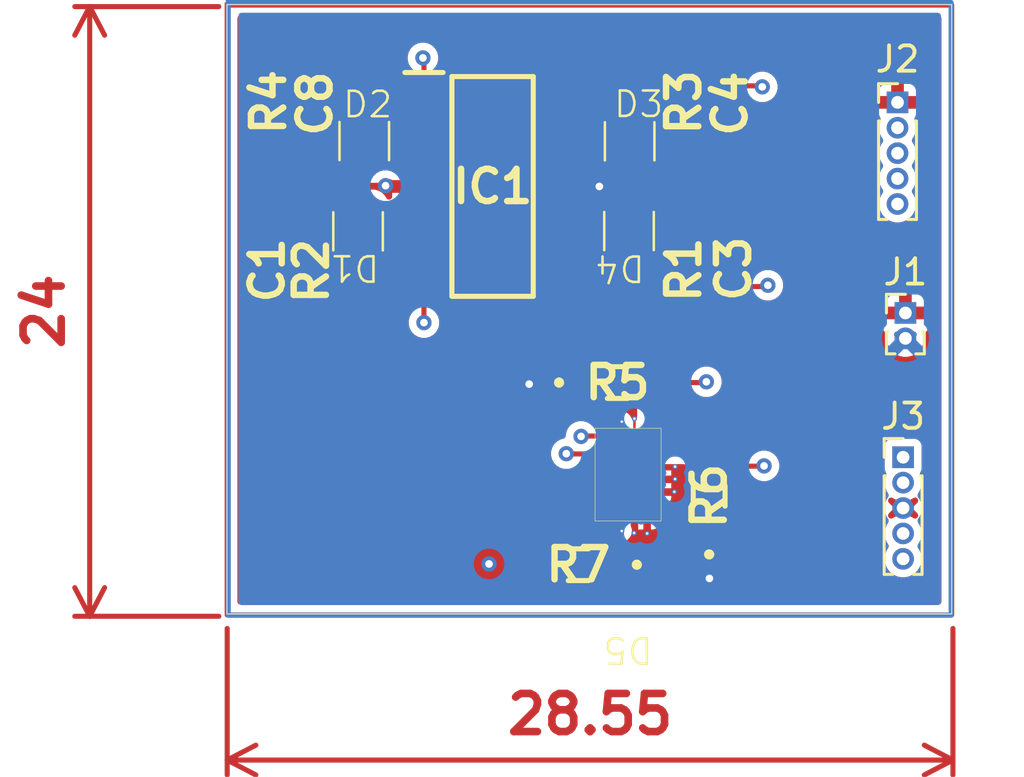
<source format=kicad_pcb>
(kicad_pcb (version 20241229) (generator "pcbnew") (generator_version "9.0")
  (layers (0 "F.Cu" signal) (4 "In1.Cu" signal) (6 "In2.Cu" signal) (2 "B.Cu" signal) (13 "F.Paste" user) (15 "B.Paste" user) (5 "F.SilkS" user "F.Silkscreen") (7 "B.SilkS" user "B.Silkscreen") (1 "F.Mask" user) (3 "B.Mask" user) (25 "Edge.Cuts" user))
  (net 0 "")
  (net 1 "/SYN")
  (net 2 "Net-(D2-K)")
  (net 3 "Net-(D3-K)")
  (net 4 "Net-(D4-K)")
  (net 5 "Net-(D1-K)")
  (net 6 "/3.3V")
  (net 7 "/OutC")
  (net 8 "/OutD")
  (net 9 "/OutA")
  (net 10 "GND")
  (net 11 "/OutB")
  (net 12 "/SDA")
  (net 13 "/SCL")
  (net 14 "/READY")
  (net 15 "Net-(D5-REXT)")
  (footprint "Connector_PinHeader_1.00mm:PinHeader_1x05_P1.00mm_Vertical" (layer "F.Cu") (at 166.99 118.59)
    (property "Reference" "J3" (at 0 -1.61 0) (layer "F.SilkS"))
    (property "Value" "Conn_01x05")
    (fp_line (start -0.745 -0.735) (end 0 -0.735) (stroke (width 0.12)) (layer "F.SilkS"))
    (fp_line (start -0.745 0) (end -0.745 -0.735) (stroke (width 0.12)) (layer "F.SilkS"))
    (fp_line (start -0.745 0.735) (end -0.745 4.61) (stroke (width 0.12)) (layer "F.SilkS"))
    (fp_line (start -0.745 0.735) (end -0.685565 0.735) (stroke (width 0.12)) (layer "F.SilkS"))
    (fp_line (start -0.745 4.61) (end -0.41003 4.61) (stroke (width 0.12)) (layer "F.SilkS"))
    (fp_line (start 0.41003 4.61) (end 0.745 4.61) (stroke (width 0.12)) (layer "F.SilkS"))
    (fp_line (start 0.685565 0.735) (end 0.745 0.735) (stroke (width 0.12)) (layer "F.SilkS"))
    (fp_line (start 0.745 0.735) (end 0.745 4.61) (stroke (width 0.12)) (layer "F.SilkS"))
    (pad "1" thru_hole rect (at 0 0) (size 0.85 0.85) (drill 0.5) (layers "*.Cu" "*.Mask") (net 14 "/READY"))
    (pad "2" thru_hole circle (at 0 1) (size 0.85 0.85) (drill 0.5) (layers "*.Cu" "*.Mask") (net 12 "/SDA"))
    (pad "3" thru_hole circle (at 0 2) (size 0.85 0.85) (drill 0.5) (layers "*.Cu" "*.Mask") (net 10 "GND"))
    (pad "4" thru_hole circle (at 0 3) (size 0.85 0.85) (drill 0.5) (layers "*.Cu" "*.Mask") (net 13 "/SCL"))
    (pad "5" thru_hole circle (at 0 4) (size 0.85 0.85) (drill 0.5) (layers "*.Cu" "*.Mask") (net 1 "/SYN"))
  )
  (footprint "CUSTOM_LIBRARY:SD019-141-411" (layer "F.Cu") (at 145.415001 110.634998 180)
    (property "Reference" "D1" (at 0 -0.5 180) (layer "F.SilkS") (effects (font (thickness 0.1))))
    (property "Value" "SD019-141-411")
    (fp_line (start 0.597046 5.241684) (end 0.597046 3.741684) (stroke (width 0.1)) (layer "F.SilkS"))
    (fp_line (start -1.352148 3.741684) (end -1.352148 5.241684) (stroke (width 0.1)) (layer "F.SilkS"))
    (pad "1" smd roundrect (at -0.375 3.725 180) (size 1.35 0.75) (layers "F.Cu" "F.Mask" "F.Paste" "Eco1.User") (roundrect_rratio 0.15) (net 10 "GND"))
    (pad "2" smd roundrect (at -0.374999 5.274998 180) (size 1.349998 0.749996) (layers "F.Cu" "F.Mask" "F.Paste") (roundrect_rratio 0.15) (net 5 "Net-(D1-K)"))
  )
  (footprint "CUSTOM_LIBRARY:CAPC1608X90N" (layer "F.Cu") (at 160.32 111.17 90)
    (property "Reference" "C3" (at 0 0 90) (layer "F.SilkS") (effects (font (size 1.27 1.27) (thickness 0.254))))
    (property "Value" "06031A151JAT2A" (hide yes))
    (pad "1" smd rect (at -0.7 0 90) (size 0.78 0.99) (layers "F.Cu" "F.Mask" "F.Paste") (net 7 "/OutC"))
    (pad "2" smd rect (at 0.7 0 90) (size 0.78 0.99) (layers "F.Cu" "F.Mask" "F.Paste") (net 3 "Net-(D3-K)"))
  )
  (footprint "CUSTOM_LIBRARY:CAPC1608X90N" (layer "F.Cu") (at 141.97 111.23 -90)
    (property "Reference" "C1" (at 0 0 90) (layer "F.SilkS") (effects (font (size 1.27 1.27) (thickness 0.254))))
    (property "Value" "06031A151JAT2A" (hide yes))
    (pad "1" smd rect (at -0.7 0 270) (size 0.78 0.99) (layers "F.Cu" "F.Mask" "F.Paste") (net 2 "Net-(D2-K)"))
    (pad "2" smd rect (at 0.7 0 270) (size 0.78 0.99) (layers "F.Cu" "F.Mask" "F.Paste") (net 11 "/OutB"))
  )
  (footprint "CUSTOM_LIBRARY:RESC1608X50N" (layer "F.Cu") (at 142.03 104.61 -90)
    (property "Reference" "R4" (at 0 0 90) (layer "F.SilkS") (effects (font (size 1.27 1.27) (thickness 0.254))))
    (property "Value" "CRCW0603100KFKEA" (hide yes))
    (pad "1" smd rect (at -0.75 0 270) (size 0.85 1) (layers "F.Cu" "F.Mask" "F.Paste") (net 9 "/OutA"))
    (pad "2" smd rect (at 0.75 0 270) (size 0.85 1) (layers "F.Cu" "F.Mask" "F.Paste") (net 5 "Net-(D1-K)"))
  )
  (footprint "Connector_PinHeader_1.00mm:PinHeader_1x05_P1.00mm_Vertical" (layer "F.Cu") (at 166.77 104.62)
    (property "Reference" "J2" (at 0 -1.7 0) (layer "F.SilkS"))
    (property "Value" "Conn_01x05")
    (fp_line (start -0.745 -0.735) (end 0 -0.735) (stroke (width 0.12)) (layer "F.SilkS"))
    (fp_line (start -0.745 0) (end -0.745 -0.735) (stroke (width 0.12)) (layer "F.SilkS"))
    (fp_line (start -0.745 0.735) (end -0.745 4.61) (stroke (width 0.12)) (layer "F.SilkS"))
    (fp_line (start -0.745 0.735) (end -0.685565 0.735) (stroke (width 0.12)) (layer "F.SilkS"))
    (fp_line (start -0.745 4.61) (end -0.41003 4.61) (stroke (width 0.12)) (layer "F.SilkS"))
    (fp_line (start 0.41003 4.61) (end 0.745 4.61) (stroke (width 0.12)) (layer "F.SilkS"))
    (fp_line (start 0.685565 0.735) (end 0.745 0.735) (stroke (width 0.12)) (layer "F.SilkS"))
    (fp_line (start 0.745 0.735) (end 0.745 4.61) (stroke (width 0.12)) (layer "F.SilkS"))
    (pad "1" thru_hole rect (at 0 0) (size 0.85 0.85) (drill 0.5) (layers "*.Cu" "*.Mask") (net 10 "GND"))
    (pad "2" thru_hole circle (at 0 1) (size 0.85 0.85) (drill 0.5) (layers "*.Cu" "*.Mask") (net 9 "/OutA"))
    (pad "3" thru_hole circle (at 0 2) (size 0.85 0.85) (drill 0.5) (layers "*.Cu" "*.Mask") (net 8 "/OutD"))
    (pad "4" thru_hole circle (at 0 3) (size 0.85 0.85) (drill 0.5) (layers "*.Cu" "*.Mask") (net 7 "/OutC"))
    (pad "5" thru_hole circle (at 0 4) (size 0.85 0.85) (drill 0.5) (layers "*.Cu" "*.Mask") (net 11 "/OutB"))
  )
  (footprint "CUSTOM_LIBRARY:ERJHP6D1000V" (layer "F.Cu") (at 155.755 115.65)
    (property "Reference" "R5" (at 0 0 0) (layer "F.SilkS") (effects (font (size 1.27 1.27) (thickness 0.254))))
    (property "Value" "ERJHP6J821V" (hide yes))
    (fp_line (start -2.3 -0.1) (end -2.3 -0.1) (stroke (width 0.2)) (layer "F.SilkS"))
    (fp_line (start -2.3 0.1) (end -2.3 0.1) (stroke (width 0.2)) (layer "F.SilkS"))
    (fp_line (start -0.4 -0.625) (end 0.4 -0.625) (stroke (width 0.2)) (layer "F.SilkS"))
    (fp_line (start -0.4 0.625) (end 0.4 0.625) (stroke (width 0.2)) (layer "F.SilkS"))
    (fp_arc (start -2.3 -0.1) (mid -2.2 0) (end -2.3 0.1) (stroke (width 0.2)) (layer "F.SilkS"))
    (fp_arc (start -2.3 0.1) (mid -2.4 0) (end -2.3 -0.1) (stroke (width 0.2)) (layer "F.SilkS"))
    (pad "1" smd rect (at -1.175 0) (size 1.15 1.15) (layers "F.Cu" "F.Mask" "F.Paste") (net 6 "/3.3V"))
    (pad "2" smd rect (at 1.175 0) (size 1.15 1.15) (layers "F.Cu" "F.Mask" "F.Paste") (net 12 "/SDA"))
  )
  (footprint "CUSTOM_LIBRARY:RESC1608X50N" (layer "F.Cu") (at 158.36 104.62 90)
    (property "Reference" "R3" (at 0 0 90) (layer "F.SilkS") (effects (font (size 1.27 1.27) (thickness 0.254))))
    (property "Value" "CRCW0603100KFKEA" (hide yes))
    (pad "1" smd rect (at -0.75 0 90) (size 0.85 1) (layers "F.Cu" "F.Mask" "F.Paste") (net 4 "Net-(D4-K)"))
    (pad "2" smd rect (at 0.75 0 90) (size 0.85 1) (layers "F.Cu" "F.Mask" "F.Paste") (net 8 "/OutD"))
  )
  (footprint "CUSTOM_LIBRARY:SD019-141-411" (layer "F.Cu") (at 155.855 110.645 180)
    (property "Reference" "D4" (at 0 -0.5 180) (layer "F.SilkS") (effects (font (thickness 0.1))))
    (property "Value" "WP7113PD1BT/BD-P22")
    (fp_line (start 0.597046 5.241684) (end 0.597046 3.741684) (stroke (width 0.1)) (layer "F.SilkS"))
    (fp_line (start -1.352148 3.741684) (end -1.352148 5.241684) (stroke (width 0.1)) (layer "F.SilkS"))
    (pad "1" smd roundrect (at -0.375 3.725 180) (size 1.35 0.75) (layers "F.Cu" "F.Mask" "F.Paste" "Eco1.User") (roundrect_rratio 0.15) (net 10 "GND"))
    (pad "2" smd roundrect (at -0.374999 5.274998 180) (size 1.349998 0.749996) (layers "F.Cu" "F.Mask" "F.Paste") (roundrect_rratio 0.15) (net 4 "Net-(D4-K)"))
  )
  (footprint "CUSTOM_LIBRARY:RESC1608X50N" (layer "F.Cu") (at 158.36 111.21 90)
    (property "Reference" "R1" (at 0 0 90) (layer "F.SilkS") (effects (font (size 1.27 1.27) (thickness 0.254))))
    (property "Value" "CRCW0603100KFKEA" (hide yes))
    (pad "1" smd rect (at -0.75 0 90) (size 0.85 1) (layers "F.Cu" "F.Mask" "F.Paste") (net 7 "/OutC"))
    (pad "2" smd rect (at 0.75 0 90) (size 0.85 1) (layers "F.Cu" "F.Mask" "F.Paste") (net 3 "Net-(D3-K)"))
  )
  (footprint "CUSTOM_LIBRARY:SOIC127P600X175-14N" (layer "F.Cu") (at 150.84 107.93)
    (property "Reference" "IC1" (at 0 0 0) (layer "F.SilkS") (effects (font (size 1.27 1.27) (thickness 0.254))))
    (property "Value" "MCP6004-I_SL" (hide yes))
    (fp_line (start -3.45 -4.485) (end -1.95 -4.485) (stroke (width 0.2)) (layer "F.SilkS"))
    (fp_line (start -1.6 -4.325) (end 1.6 -4.325) (stroke (width 0.2)) (layer "F.SilkS"))
    (fp_line (start -1.6 4.325) (end -1.6 -4.325) (stroke (width 0.2)) (layer "F.SilkS"))
    (fp_line (start 1.6 -4.325) (end 1.6 4.325) (stroke (width 0.2)) (layer "F.SilkS"))
    (fp_line (start 1.6 4.325) (end -1.6 4.325) (stroke (width 0.2)) (layer "F.SilkS"))
    (pad "1" smd rect (at -2.7 -3.81 90) (size 0.65 1.5) (layers "F.Cu" "F.Mask" "F.Paste") (net 9 "/OutA"))
    (pad "2" smd rect (at -2.7 -2.54 90) (size 0.65 1.5) (layers "F.Cu" "F.Mask" "F.Paste") (net 5 "Net-(D1-K)"))
    (pad "3" smd rect (at -2.7 -1.27 90) (size 0.65 1.5) (layers "F.Cu" "F.Mask" "F.Paste") (net 10 "GND"))
    (pad "4" smd rect (at -2.7 0 90) (size 0.65 1.5) (layers "F.Cu" "F.Mask" "F.Paste") (net 10 "GND"))
    (pad "5" smd rect (at -2.7 1.27 90) (size 0.65 1.5) (layers "F.Cu" "F.Mask" "F.Paste") (net 10 "GND"))
    (pad "6" smd rect (at -2.7 2.54 90) (size 0.65 1.5) (layers "F.Cu" "F.Mask" "F.Paste") (net 2 "Net-(D2-K)"))
    (pad "7" smd rect (at -2.7 3.81 90) (size 0.65 1.5) (layers "F.Cu" "F.Mask" "F.Paste") (net 11 "/OutB"))
    (pad "8" smd rect (at 2.7 3.81 90) (size 0.65 1.5) (layers "F.Cu" "F.Mask" "F.Paste") (net 7 "/OutC"))
    (pad "9" smd rect (at 2.7 2.54 90) (size 0.65 1.5) (layers "F.Cu" "F.Mask" "F.Paste") (net 3 "Net-(D3-K)"))
    (pad "10" smd rect (at 2.7 1.27 90) (size 0.65 1.5) (layers "F.Cu" "F.Mask" "F.Paste") (net 10 "GND"))
    (pad "11" smd rect (at 2.7 0 90) (size 0.65 1.5) (layers "F.Cu" "F.Mask" "F.Paste") (net 6 "/3.3V"))
    (pad "12" smd rect (at 2.7 -1.27 90) (size 0.65 1.5) (layers "F.Cu" "F.Mask" "F.Paste") (net 10 "GND"))
    (pad "13" smd rect (at 2.7 -2.54 90) (size 0.65 1.5) (layers "F.Cu" "F.Mask" "F.Paste") (net 4 "Net-(D4-K)"))
    (pad "14" smd rect (at 2.7 -3.81 90) (size 0.65 1.5) (layers "F.Cu" "F.Mask" "F.Paste") (net 8 "/OutD"))
  )
  (footprint "CUSTOM_LIBRARY:AS7331-AQFM" (layer "F.Cu") (at 156.17 125.675 180)
    (property "Reference" "D5" (at 0 -0.5 180) (layer "F.SilkS") (effects (font (thickness 0.1))))
    (property "Value" "~")
    (fp_rect (start -1.300187 4.576218) (end 1.299813 8.226218) (stroke (width 0.02)) (fill no) (layer "F.SilkS"))
    (pad "1" smd rect (at -0.75 4.89 180) (size 0.3 0.3) (layers "F.Cu" "F.Mask" "F.Paste") (net 10 "GND"))
    (pad "2" smd rect (at -0.25 4.89 180) (size 0.3 0.3) (layers "F.Cu" "F.Mask" "F.Paste") (net 10 "GND"))
    (pad "3" smd rect (at 0.25 4.89 180) (size 0.3 0.3) (layers "F.Cu" "F.Mask" "F.Paste") (net 6 "/3.3V"))
    (pad "4" smd rect (at 0.75 4.89 180) (size 0.3 0.3) (layers "F.Cu" "F.Mask" "F.Paste") (net 15 "Net-(D5-REXT)"))
    (pad "5" smd rect (at 1.05 5.715 180) (size 0.3 0.3) (layers "F.Cu" "F.Mask" "F.Paste") (net 10 "GND"))
    (pad "6" smd rect (at 1.05 6.215 180) (size 0.3 0.3) (layers "F.Cu" "F.Mask" "F.Paste") (net 10 "GND"))
    (pad "7" smd rect (at 1.05 6.715 180) (size 0.3 0.3) (layers "F.Cu" "F.Mask" "F.Paste") (net 10 "GND"))
    (pad "8" smd rect (at 1.05 7.215 180) (size 0.3 0.3) (layers "F.Cu" "F.Mask" "F.Paste") (net 1 "/SYN"))
    (pad "9" smd rect (at 0.75 7.92 180) (size 0.3 0.3) (layers "F.Cu" "F.Mask" "F.Paste") (net 14 "/READY"))
    (pad "10" smd rect (at 0.25 7.92 180) (size 0.3 0.3) (layers "F.Cu" "F.Mask" "F.Paste") (net 6 "/3.3V"))
    (pad "11" smd rect (at -0.25 7.92 180) (size 0.3 0.3) (layers "F.Cu" "F.Mask" "F.Paste") (net 10 "GND"))
    (pad "12" smd rect (at -0.75 7.92 180) (size 0.3 0.3) (layers "F.Cu" "F.Mask" "F.Paste") (net 12 "/SDA"))
    (pad "13" smd rect (at -1.05 7.215 180) (size 0.3 0.3) (layers "F.Cu" "F.Mask" "F.Paste") (net 13 "/SCL"))
    (pad "14" smd rect (at -1.05 6.715 180) (size 0.3 0.3) (layers "F.Cu" "F.Mask" "F.Paste") (net 10 "GND"))
    (pad "15" smd rect (at -1.05 6.215 180) (size 0.3 0.3) (layers "F.Cu" "F.Mask" "F.Paste") (net 10 "GND"))
    (pad "16" smd rect (at -1.05 5.715 180) (size 0.3 0.3) (layers "F.Cu" "F.Mask" "F.Paste") (net 10 "GND"))
  )
  (footprint "CUSTOM_LIBRARY:ERJHP6D1000V" (layer "F.Cu") (at 159.36 120.115 90)
    (property "Reference" "R6" (at 0 0 90) (layer "F.SilkS") (effects (font (size 1.27 1.27) (thickness 0.254))))
    (property "Value" "ERJHP6J821V" (hide yes))
    (fp_line (start -0.4 -0.625) (end 0.4 -0.625) (stroke (width 0.2)) (layer "F.SilkS"))
    (fp_line (start -2.3 -0.1) (end -2.3 -0.1) (stroke (width 0.2)) (layer "F.SilkS"))
    (fp_line (start -2.3 0.1) (end -2.3 0.1) (stroke (width 0.2)) (layer "F.SilkS"))
    (fp_line (start -0.4 0.625) (end 0.4 0.625) (stroke (width 0.2)) (layer "F.SilkS"))
    (fp_arc (start -2.3 -0.1) (mid -2.2 0) (end -2.3 0.1) (stroke (width 0.2)) (layer "F.SilkS"))
    (fp_arc (start -2.3 0.1) (mid -2.4 0) (end -2.3 -0.1) (stroke (width 0.2)) (layer "F.SilkS"))
    (pad "1" smd rect (at -1.175 0 90) (size 1.15 1.15) (layers "F.Cu" "F.Mask" "F.Paste") (net 6 "/3.3V"))
    (pad "2" smd rect (at 1.175 0 90) (size 1.15 1.15) (layers "F.Cu" "F.Mask" "F.Paste") (net 13 "/SCL"))
  )
  (footprint "CUSTOM_LIBRARY:SD019-141-411" (layer "F.Cu") (at 156.585 105.195)
    (property "Reference" "D3" (at 0 -0.5 0) (layer "F.SilkS") (effects (font (thickness 0.1))))
    (property "Value" "SD019-141-411")
    (fp_line (start -1.352148 3.741684) (end -1.352148 5.241684) (stroke (width 0.1)) (layer "F.SilkS"))
    (fp_line (start 0.597046 5.241684) (end 0.597046 3.741684) (stroke (width 0.1)) (layer "F.SilkS"))
    (pad "1" smd roundrect (at -0.375 3.725) (size 1.35 0.75) (layers "F.Cu" "F.Mask" "F.Paste" "Eco1.User") (roundrect_rratio 0.15) (net 10 "GND"))
    (pad "2" smd roundrect (at -0.374999 5.274998) (size 1.349998 0.749996) (layers "F.Cu" "F.Mask" "F.Paste") (roundrect_rratio 0.15) (net 3 "Net-(D3-K)"))
  )
  (footprint "Connector_PinHeader_1.00mm:PinHeader_1x02_P1.00mm_Vertical" (layer "F.Cu") (at 167.08 112.91)
    (property "Reference" "J1" (at 0 -1.61 0) (layer "F.SilkS"))
    (property "Value" "Conn_01x02")
    (fp_line (start -0.745 -0.735) (end 0 -0.735) (stroke (width 0.12)) (layer "F.SilkS"))
    (fp_line (start -0.745 0) (end -0.745 -0.735) (stroke (width 0.12)) (layer "F.SilkS"))
    (fp_line (start -0.745 0.735) (end -0.745 1.61) (stroke (width 0.12)) (layer "F.SilkS"))
    (fp_line (start -0.745 0.735) (end -0.685565 0.735) (stroke (width 0.12)) (layer "F.SilkS"))
    (fp_line (start -0.745 1.61) (end -0.41003 1.61) (stroke (width 0.12)) (layer "F.SilkS"))
    (fp_line (start 0.41003 1.61) (end 0.745 1.61) (stroke (width 0.12)) (layer "F.SilkS"))
    (fp_line (start 0.685565 0.735) (end 0.745 0.735) (stroke (width 0.12)) (layer "F.SilkS"))
    (fp_line (start 0.745 0.735) (end 0.745 1.61) (stroke (width 0.12)) (layer "F.SilkS"))
    (pad "1" thru_hole rect (at 0 0) (size 0.85 0.85) (drill 0.5) (layers "*.Cu" "*.Mask") (net 10 "GND"))
    (pad "2" thru_hole circle (at 0 1) (size 0.85 0.85) (drill 0.5) (layers "*.Cu" "*.Mask") (net 6 "/3.3V"))
  )
  (footprint "CUSTOM_LIBRARY:SD019-141-411" (layer "F.Cu") (at 145.925 105.205)
    (property "Reference" "D2" (at 0 -0.5 0) (layer "F.SilkS") (effects (font (thickness 0.1))))
    (property "Value" "SD019-141-411")
    (fp_line (start -1.352148 3.741684) (end -1.352148 5.241684) (stroke (width 0.1)) (layer "F.SilkS"))
    (fp_line (start 0.597046 5.241684) (end 0.597046 3.741684) (stroke (width 0.1)) (layer "F.SilkS"))
    (pad "1" smd roundrect (at -0.375 3.725) (size 1.35 0.75) (layers "F.Cu" "F.Mask" "F.Paste" "Eco1.User") (roundrect_rratio 0.15) (net 10 "GND"))
    (pad "2" smd roundrect (at -0.374999 5.274998) (size 1.349998 0.749996) (layers "F.Cu" "F.Mask" "F.Paste") (roundrect_rratio 0.15) (net 2 "Net-(D2-K)"))
  )
  (footprint "CUSTOM_LIBRARY:CAPC1608X90N" (layer "F.Cu") (at 160.18 104.67 90)
    (property "Reference" "C4" (at 0 0 90) (layer "F.SilkS") (effects (font (size 1.27 1.27) (thickness 0.254))))
    (property "Value" "06031A151JAT2A" (hide yes))
    (pad "1" smd rect (at -0.7 0 90) (size 0.78 0.99) (layers "F.Cu" "F.Mask" "F.Paste") (net 4 "Net-(D4-K)"))
    (pad "2" smd rect (at 0.7 0 90) (size 0.78 0.99) (layers "F.Cu" "F.Mask" "F.Paste") (net 8 "/OutD"))
  )
  (footprint "CUSTOM_LIBRARY:RESC1608X50N" (layer "F.Cu") (at 143.71 111.26 -90)
    (property "Reference" "R2" (at 0 0 90) (layer "F.SilkS") (effects (font (size 1.27 1.27) (thickness 0.254))))
    (property "Value" "CRCW0603100KFKEA" (hide yes))
    (pad "1" smd rect (at -0.75 0 270) (size 0.85 1) (layers "F.Cu" "F.Mask" "F.Paste") (net 2 "Net-(D2-K)"))
    (pad "2" smd rect (at 0.75 0 270) (size 0.85 1) (layers "F.Cu" "F.Mask" "F.Paste") (net 11 "/OutB"))
  )
  (footprint "CUSTOM_LIBRARY:ERJHP6D1000V" (layer "F.Cu") (at 154.215 122.82 180)
    (property "Reference" "R7" (at 0 0 180) (layer "F.SilkS") (effects (font (size 1.27 1.27) (thickness 0.254))))
    (property "Value" "RC0402JR-073M3L" (hide yes))
    (fp_line (start -0.4 0.625) (end 0.4 0.625) (stroke (width 0.2)) (layer "F.SilkS"))
    (fp_line (start -0.4 -0.625) (end 0.4 -0.625) (stroke (width 0.2)) (layer "F.SilkS"))
    (fp_line (start -2.3 0.1) (end -2.3 0.1) (stroke (width 0.2)) (layer "F.SilkS"))
    (fp_line (start -2.3 -0.1) (end -2.3 -0.1) (stroke (width 0.2)) (layer "F.SilkS"))
    (fp_arc (start -2.3 0.1) (mid -2.4 0) (end -2.3 -0.1) (stroke (width 0.2)) (layer "F.SilkS"))
    (fp_arc (start -2.3 -0.1) (mid -2.2 0) (end -2.3 0.1) (stroke (width 0.2)) (layer "F.SilkS"))
    (pad "1" smd rect (at -1.175 0 180) (size 1.15 1.15) (layers "F.Cu" "F.Mask" "F.Paste") (net 15 "Net-(D5-REXT)"))
    (pad "2" smd rect (at 1.175 0 180) (size 1.15 1.15) (layers "F.Cu" "F.Mask" "F.Paste") (net 10 "GND"))
  )
  (footprint "CUSTOM_LIBRARY:CAPC1608X90N" (layer "F.Cu") (at 143.85 104.67 -90)
    (property "Reference" "C8" (at 0 0 90) (layer "F.SilkS") (effects (font (size 1.27 1.27) (thickness 0.254))))
    (property "Value" "06031A151JAT2A" (hide yes))
    (pad "1" smd rect (at -0.7 0 270) (size 0.78 0.99) (layers "F.Cu" "F.Mask" "F.Paste") (net 9 "/OutA"))
    (pad "2" smd rect (at 0.7 0 270) (size 0.78 0.99) (layers "F.Cu" "F.Mask" "F.Paste") (net 5 "Net-(D1-K)"))
  )
  (gr_rect (start 140.4 100.79) (end 168.9 124.8) (stroke (width 0.2)) (fill no) (layer "F.Cu") (net 6))
  (gr_rect (start 140.44 100.69) (end 168.88 124.81) (stroke (width 0.2)) (fill no) (layer "B.Cu") (net 12))
  (gr_rect (start 140.39 100.77) (end 168.9 124.76) (stroke (width 0.05)) (fill no) (layer "Edge.Cuts"))
  (dimension (type orthogonal) (layer "F.Cu") (pts (xy 140.57 124.85) (xy 140.57 100.85)) (height -5.58) (orientation 1) (format (prefix "") (suffix "") (units 3) (units_format 0) (precision 4) (suppress_zeroes yes)) (style (thickness 0.2) (arrow_length 1.27) (text_position_mode 0) (arrow_direction outward) (extension_height 0.58642) (extension_offset 0.5) (keep_text_aligned yes)) (gr_text "24" (at 133.19 112.85 90) (layer "F.Cu") (effects (font (size 1.5 1.5) (thickness 0.3)))))
  (dimension (type orthogonal) (layer "F.Cu") (pts (xy 168.95 124.83) (xy 140.4 124.83)) (height 5.68) (orientation 0) (format (prefix "") (suffix "") (units 3) (units_format 0) (precision 4) (suppress_zeroes yes)) (style (thickness 0.2) (arrow_length 1.27) (text_position_mode 0) (arrow_direction outward) (extension_height 0.58642) (extension_offset 0.5) (keep_text_aligned yes)) (gr_text "28.55" (at 154.675 128.71 0) (layer "F.Cu") (effects (font (size 1.5 1.5) (thickness 0.3)))))
  (segment (start 153.75 118.46) (end 153.74 118.45) (width 0.2) (layer "F.Cu") (net 1))
  (segment (start 155.12 118.46) (end 153.75 118.46) (width 0.2) (layer "F.Cu") (net 1))
  (via (at 153.74 118.45) (size 0.6) (drill 0.3) (layers "F.Cu" "B.Cu") (net 1))
  (segment (start 145.550001 110.479998) (end 143.740002 110.479998) (width 0.2) (layer "F.Cu") (net 2))
  (segment (start 143.71 110.51) (end 141.99 110.51) (width 0.2) (layer "F.Cu") (net 2))
  (segment (start 145.559999 110.47) (end 145.550001 110.479998) (width 0.2) (layer "F.Cu") (net 2))
  (segment (start 143.740002 110.479998) (end 143.71 110.51) (width 0.2) (layer "F.Cu") (net 2))
  (segment (start 141.99 110.51) (end 141.97 110.53) (width 0.2) (layer "F.Cu") (net 2))
  (segment (start 148.14 110.47) (end 145.559999 110.47) (width 0.2) (layer "F.Cu") (net 2))
  (segment (start 156.210001 110.469998) (end 158.350002 110.469998) (width 0.2) (layer "F.Cu") (net 3))
  (segment (start 156.209999 110.47) (end 156.210001 110.469998) (width 0.2) (layer "F.Cu") (net 3))
  (segment (start 158.350002 110.469998) (end 158.36 110.46) (width 0.2) (layer "F.Cu") (net 3))
  (segment (start 160.31 110.46) (end 160.32 110.47) (width 0.2) (layer "F.Cu") (net 3))
  (segment (start 153.54 110.47) (end 156.209999 110.47) (width 0.2) (layer "F.Cu") (net 3))
  (segment (start 158.36 110.46) (end 160.31 110.46) (width 0.2) (layer "F.Cu") (net 3))
  (segment (start 156.280004 105.37) (end 158.36 105.37) (width 0.2) (layer "F.Cu") (net 4))
  (segment (start 153.54 105.39) (end 156.210001 105.39) (width 0.2) (layer "F.Cu") (net 4))
  (segment (start 156.229999 105.370002) (end 156.280002 105.370002) (width 0.2) (layer "F.Cu") (net 4))
  (segment (start 156.280002 105.370002) (end 156.280004 105.37) (width 0.2) (layer "F.Cu") (net 4))
  (segment (start 156.210001 105.39) (end 156.229999 105.370002) (width 0.2) (layer "F.Cu") (net 4))
  (segment (start 158.36 105.37) (end 160.18 105.37) (width 0.2) (layer "F.Cu") (net 4))
  (segment (start 145.78 105.37) (end 145.79 105.36) (width 0.2) (layer "F.Cu") (net 5))
  (segment (start 143.85 105.37) (end 142.04 105.37) (width 0.2) (layer "F.Cu") (net 5))
  (segment (start 143.85 105.37) (end 145.78 105.37) (width 0.2) (layer "F.Cu") (net 5))
  (segment (start 145.82 105.39) (end 145.79 105.36) (width 0.2) (layer "F.Cu") (net 5))
  (segment (start 148.14 105.39) (end 145.82 105.39) (width 0.2) (layer "F.Cu") (net 5))
  (segment (start 142.04 105.37) (end 142.03 105.36) (width 0.2) (layer "F.Cu") (net 5))
  (segment (start 155.92 117.19) (end 155.92 117.755) (width 0.1) (layer "F.Cu") (net 6))
  (segment (start 155.92 121.494204) (end 155.92 120.785) (width 0.1) (layer "F.Cu") (net 6))
  (segment (start 153.54 107.93) (end 155.04 107.93) (width 0.2) (layer "F.Cu") (net 6))
  (segment (start 159.36 121.29) (end 159.36 123.35) (width 0.2) (layer "F.Cu") (net 6))
  (segment (start 152.34 115.65) (end 152.28 115.71) (width 0.2) (layer "F.Cu") (net 6))
  (segment (start 154.58 115.65) (end 152.34 115.65) (width 0.2) (layer "F.Cu") (net 6))
  (segment (start 159.36 123.35) (end 159.37 123.36) (width 0.2) (layer "F.Cu") (net 6))
  (via (at 155.92 121.494204) (size 0.2) (drill 0.1) (layers "F.Cu" "B.Cu") (net 6))
  (via (at 155.92 117.19) (size 0.2) (drill 0.1) (layers "F.Cu" "B.Cu") (net 6))
  (via (at 159.37 123.36) (size 0.6) (drill 0.3) (layers "F.Cu" "B.Cu") (net 6))
  (via (at 152.28 115.71) (size 0.6) (drill 0.3) (layers "F.Cu" "B.Cu") (net 6))
  (via (at 155.04 107.93) (size 0.6) (drill 0.3) (layers "F.Cu" "B.Cu") (net 6))
  (segment (start 158.14 111.74) (end 158.36 111.96) (width 0.2) (layer "F.Cu") (net 7))
  (segment (start 160.32 111.87) (end 158.45 111.87) (width 0.2) (layer "F.Cu") (net 7))
  (segment (start 153.54 111.74) (end 158.14 111.74) (width 0.2) (layer "F.Cu") (net 7))
  (segment (start 160.32 111.87) (end 161.62 111.87) (width 0.2) (layer "F.Cu") (net 7))
  (segment (start 158.45 111.87) (end 158.36 111.96) (width 0.2) (layer "F.Cu") (net 7))
  (segment (start 161.62 111.87) (end 161.67 111.82) (width 0.2) (layer "F.Cu") (net 7))
  (via (at 161.67 111.82) (size 0.6) (drill 0.3) (layers "F.Cu" "B.Cu") (net 7))
  (segment (start 160.18 103.97) (end 161.41 103.97) (width 0.2) (layer "F.Cu") (net 8))
  (segment (start 153.54 104.12) (end 158.11 104.12) (width 0.2) (layer "F.Cu") (net 8))
  (segment (start 161.41 103.97) (end 161.45 104.01) (width 0.2) (layer "F.Cu") (net 8))
  (segment (start 160.18 103.97) (end 158.46 103.97) (width 0.2) (layer "F.Cu") (net 8))
  (segment (start 158.11 104.12) (end 158.36 103.87) (width 0.2) (layer "F.Cu") (net 8))
  (segment (start 158.46 103.97) (end 158.36 103.87) (width 0.2) (layer "F.Cu") (net 8))
  (via (at 161.45 104.01) (size 0.6) (drill 0.3) (layers "F.Cu" "B.Cu") (net 8))
  (segment (start 148.14 104.12) (end 148.14 102.91) (width 0.2) (layer "F.Cu") (net 9))
  (segment (start 147.99 103.97) (end 148.14 104.12) (width 0.2) (layer "F.Cu") (net 9))
  (segment (start 148.14 102.91) (end 148.1 102.87) (width 0.2) (layer "F.Cu") (net 9))
  (segment (start 142.03 103.86) (end 143.74 103.86) (width 0.2) (layer "F.Cu") (net 9))
  (segment (start 143.85 103.97) (end 147.99 103.97) (width 0.2) (layer "F.Cu") (net 9))
  (segment (start 143.74 103.86) (end 143.85 103.97) (width 0.2) (layer "F.Cu") (net 9))
  (via (at 148.1 102.87) (size 0.6) (drill 0.3) (layers "F.Cu" "B.Cu") (net 9))
  (segment (start 157.22 119.96) (end 157.98 119.96) (width 0.1) (layer "F.Cu") (net 10))
  (segment (start 156.92 120.785) (end 156.92 121.59) (width 0.1) (layer "F.Cu") (net 10))
  (segment (start 153.54 106.66) (end 155.97 106.66) (width 0.2) (layer "F.Cu") (net 10))
  (segment (start 158.02 118.96) (end 157.22 118.96) (width 0.1) (layer "F.Cu") (net 10))
  (segment (start 158.01 119.46) (end 158.02 119.45) (width 0.2) (layer "F.Cu") (net 10))
  (segment (start 157.98 119.96) (end 157.99 119.95) (width 0.2) (layer "F.Cu") (net 10))
  (segment (start 148.14 106.66) (end 146.039999 106.66) (width 0.2) (layer "F.Cu") (net 10))
  (segment (start 148.14 107.93) (end 146.66 107.93) (width 0.2) (layer "F.Cu") (net 10))
  (segment (start 148.14 109.2) (end 145.82 109.2) (width 0.2) (layer "F.Cu") (net 10))
  (segment (start 156.42 117.07) (end 156.42 117.755) (width 0.1) (layer "F.Cu") (net 10))
  (segment (start 146.66 107.93) (end 146.63 107.9) (width 0.2) (layer "F.Cu") (net 10))
  (segment (start 150.73 122.82) (end 150.7 122.79) (width 0.2) (layer "F.Cu") (net 10))
  (segment (start 157.22 119.46) (end 158.01 119.46) (width 0.1) (layer "F.Cu") (net 10))
  (segment (start 146.039999 106.66) (end 145.790001 106.909998) (width 0.2) (layer "F.Cu") (net 10))
  (segment (start 155.93 109.2) (end 156.21 108.92) (width 0.2) (layer "F.Cu") (net 10))
  (segment (start 153.54 109.2) (end 155.93 109.2) (width 0.2) (layer "F.Cu") (net 10))
  (segment (start 153.04 122.82) (end 150.73 122.82) (width 0.2) (layer "F.Cu") (net 10))
  (segment (start 155.97 106.66) (end 156.23 106.92) (width 0.2) (layer "F.Cu") (net 10))
  (segment (start 145.82 109.2) (end 145.55 108.93) (width 0.2) (layer "F.Cu") (net 10))
  (segment (start 156.42 121.56) (end 156.41 121.57) (width 0.2) (layer "F.Cu") (net 10))
  (segment (start 156.42 120.785) (end 156.42 121.56) (width 0.1) (layer "F.Cu") (net 10))
  (via (at 146.63 107.9) (size 0.6) (drill 0.3) (layers "F.Cu" "B.Cu") (net 10))
  (via (at 150.7 122.79) (size 0.6) (drill 0.3) (layers "F.Cu" "B.Cu") (net 10))
  (via (at 156.41 121.57) (size 0.2) (drill 0.1) (layers "F.Cu" "B.Cu") (net 10))
  (via (at 158.02 118.96) (size 0.2) (drill 0.1) (layers "F.Cu" "B.Cu") (net 10))
  (via (at 157.99 119.95) (size 0.2) (drill 0.1) (layers "F.Cu" "B.Cu") (net 10))
  (via (at 156.42 117.07) (size 0.2) (drill 0.1) (layers "F.Cu" "B.Cu") (net 10))
  (via (at 158.02 119.45) (size 0.2) (drill 0.1) (layers "F.Cu" "B.Cu") (net 10))
  (via (at 156.92 121.59) (size 0.2) (drill 0.1) (layers "F.Cu" "B.Cu") (net 10))
  (segment (start 143.71 112.01) (end 143.81 112.01) (width 0.2) (layer "F.Cu") (net 11))
  (segment (start 148.14 111.74) (end 148.14 113.29) (width 0.2) (layer "F.Cu") (net 11))
  (segment (start 141.97 111.93) (end 143.63 111.93) (width 0.2) (layer "F.Cu") (net 11))
  (segment (start 143.63 111.93) (end 143.71 112.01) (width 0.2) (layer "F.Cu") (net 11))
  (segment (start 144.08 111.74) (end 148.14 111.74) (width 0.2) (layer "F.Cu") (net 11))
  (segment (start 143.81 112.01) (end 144.08 111.74) (width 0.2) (layer "F.Cu") (net 11))
  (via (at 148.14 113.29) (size 0.6) (drill 0.3) (layers "F.Cu" "B.Cu") (net 11))
  (segment (start 156.92 117.66) (end 156.93 117.65) (width 0.2) (layer "F.Cu") (net 12))
  (segment (start 156.92 117.755) (end 156.92 117.66) (width 0.2) (layer "F.Cu") (net 12))
  (segment (start 156.93 115.65) (end 159.22 115.65) (width 0.2) (layer "F.Cu") (net 12))
  (segment (start 159.22 115.65) (end 159.25 115.62) (width 0.2) (layer "F.Cu") (net 12))
  (segment (start 156.94 117.735) (end 156.92 117.755) (width 0.2) (layer "F.Cu") (net 12))
  (segment (start 156.93 117.65) (end 156.93 115.65) (width 0.2) (layer "F.Cu") (net 12))
  (via (at 159.25 115.62) (size 0.6) (drill 0.3) (layers "F.Cu" "B.Cu") (net 12))
  (segment (start 157.22 118.46) (end 158.88 118.46) (width 0.2) (layer "F.Cu") (net 13))
  (segment (start 161.51 118.94) (end 161.52 118.93) (width 0.2) (layer "F.Cu") (net 13))
  (segment (start 158.88 118.46) (end 159.36 118.94) (width 0.2) (layer "F.Cu") (net 13))
  (segment (start 159.36 118.94) (end 161.51 118.94) (width 0.2) (layer "F.Cu") (net 13))
  (via (at 161.52 118.93) (size 0.6) (drill 0.3) (layers "F.Cu" "B.Cu") (net 13))
  (segment (start 155.42 117.755) (end 154.335 117.755) (width 0.2) (layer "F.Cu") (net 14))
  (segment (start 154.335 117.755) (end 154.32 117.77) (width 0.2) (layer "F.Cu") (net 14))
  (via (at 154.32 117.77) (size 0.6) (drill 0.3) (layers "F.Cu" "B.Cu") (net 14))
  (segment (start 155.42 120.785) (end 155.42 122.79) (width 0.2) (layer "F.Cu") (net 15))
  (segment (start 155.42 122.79) (end 155.39 122.82) (width 0.2) (layer "F.Cu") (net 15))
  (zone (net 10) (net_name "GND") (layer "F.Cu") (connect_pads (clearance 0.3)) (min_thickness 0.25) (fill yes (thermal_gap 0.5) (thermal_bridge_width 0.5))
    (polygon (pts (xy 140.4 100.79) (xy 168.95 100.79) (xy 168.95 124.83) (xy 140.4 124.83)))
  )
  (zone (net 6) (net_name "/3.3V") (layer "B.Cu") (priority 3) (connect_pads (clearance 0.3)) (min_thickness 0.25) (fill yes (thermal_gap 0.5) (thermal_bridge_width 0.5))
    (polygon (pts (xy 140.44 100.69) (xy 168.84 100.69) (xy 168.84 124.72) (xy 140.44 124.72)))
  )
)
</source>
